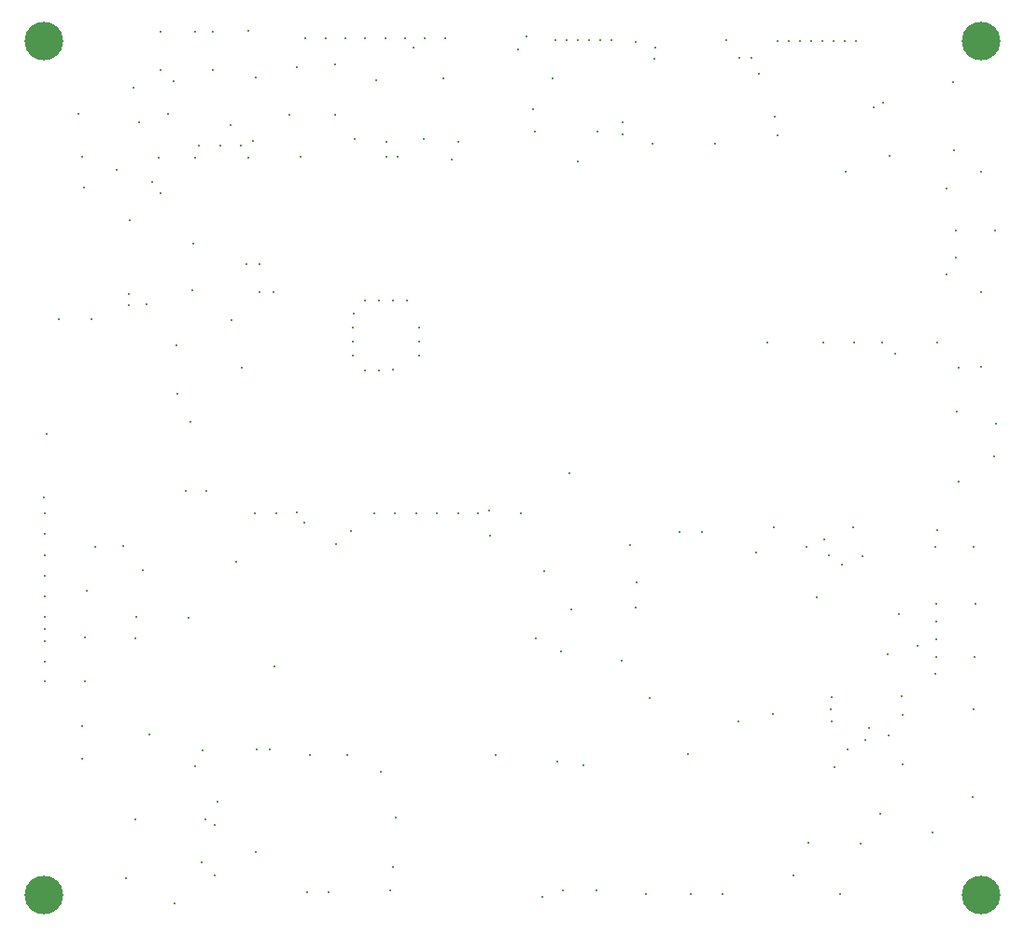
<source format=gbr>
G04 Gerber PCB Fabrication Data in Gerber  Example 2, created by Karel Tavernier, Filip Vermeire and Thomas Weyn*
G04 Ucamco copyright*
%TF.GenerationSoftware,Ucamco,UcamX,1.1.0-1400509*%
%TF.CreationDate,2014-07-14T00:00:00+01:00*%
%FSLAX25Y25*%
%MOMM*%
%TF.FileFunction,Plated,1,10,PTH,Drill*%
%TF.FilePolarity,Positive*%
%TF.Part,Single*%
%TF.SameCoordinates*%
%TA.AperFunction,ViaDrill*%
%ADD10C,0.30000*%
%TA.AperFunction,MechanicalDrill*%
%ADD11C,3.50000*%
G01*
%LPD*%
D10*
X2050000Y685000D03*
X1685000Y430000D03*
X8604700Y3812900D03*
X2586600Y5973400D03*
X2460000Y5970000D03*
X2891400Y531200D03*
X3082000Y527900D03*
X9131000Y6527800D03*
X9141000Y4775200D03*
X2460000Y6225000D03*
X2335000D03*
X814700Y7587900D03*
X8559700Y1072900D03*
X2050000Y1135000D03*
X6044700Y8187900D03*
X6021300Y7320000D03*
X8114700Y7687900D03*
X8174700Y7212900D03*
X5144700Y8262900D03*
X5551100D03*
X5652700D03*
X5114700Y7907900D03*
X5347900Y8262900D03*
X5449500D03*
X5246300D03*
X7154700Y8252900D03*
X7865900D03*
X7764300D03*
X7662700D03*
X7561100D03*
X7459500D03*
X7357900D03*
X7256300D03*
X7119700Y3842900D03*
X9005100Y5975000D03*
X9005300Y7061200D03*
X9124700Y4478800D03*
X9000300Y5295100D03*
X509700Y2622900D03*
X510200Y2443600D03*
X1784700Y4172900D03*
X4066200Y3967600D03*
X1974700Y4172900D03*
X4828200Y3967600D03*
X2793400Y3976300D03*
X3685200Y3967600D03*
X3875700D03*
X4256700D03*
X637800Y5729000D03*
X4596700Y1772900D03*
X1272200Y5857900D03*
X1557900Y8332900D03*
X2034200Y8337900D03*
X4259700Y7337900D03*
X3949700Y7357900D03*
X850000Y7197900D03*
X1314700Y7822900D03*
X2605700Y3967600D03*
X2415200D03*
X4965000Y2835000D03*
X7773400Y7061200D03*
X3494700Y3967600D03*
X8595400Y3142200D03*
X8595200Y2983400D03*
X8594700Y2824700D03*
X8592700Y2665900D03*
X7649700Y2300000D03*
X8589700Y2507900D03*
X7642600Y2185000D03*
X7644900Y2079000D03*
X7987600Y2020000D03*
X8279700Y2302900D03*
X7794700Y1822900D03*
X7929700Y3577900D03*
X7619700Y3582900D03*
X7739700Y3497900D03*
X3324700Y7357900D03*
X1484700Y6967900D03*
X3853500Y8189100D03*
X3144700Y7577900D03*
X6694700Y8262900D03*
X6919700Y8097900D03*
X8779700Y4887900D03*
X504700Y4107900D03*
X3284700Y3807900D03*
X7064900Y5517700D03*
X7849700D03*
X8221900Y5417900D03*
X8769700Y6287900D03*
X5348200Y7159400D03*
X6809700Y8097900D03*
X2724700Y7577900D03*
X3249700Y1772900D03*
X3646800Y545000D03*
X6369700Y507900D03*
X5959700Y512900D03*
X5205000Y548200D03*
X6655000Y513200D03*
X5514700Y547900D03*
X5019700Y487900D03*
X3689700Y1207900D03*
X5159700Y1712900D03*
X3664700Y757900D03*
X7719700Y507900D03*
X1933800Y803900D03*
X2419700Y892900D03*
X7908000Y966200D03*
X1329900Y1192700D03*
X1964500D03*
X2077200Y1347900D03*
X8089000Y1237100D03*
X849700Y1742900D03*
Y2037900D03*
X1874700Y1667900D03*
X2554700Y1822900D03*
X1814700Y3017900D03*
X2596000Y2578800D03*
X6344700Y1782900D03*
X7670000Y1662900D03*
X8289700Y1692900D03*
X1454700Y1962900D03*
X8289700Y2140000D03*
X5191200Y2715700D03*
X5745300Y2627900D03*
X8156800Y2685000D03*
X509700Y2917900D03*
X1332700Y2829900D03*
X5284700Y3090400D03*
X5037800Y3445000D03*
X5872200Y3110400D03*
X7509700Y3202900D03*
X8259700Y3047900D03*
X1219700Y3667900D03*
X2244700Y3522900D03*
X3149700Y3687900D03*
X4544700Y3762900D03*
X5819700Y3677900D03*
X6959700Y3607900D03*
X8589700Y3657900D03*
X8930300Y3663500D03*
X6474700Y3797900D03*
X7839700Y3840600D03*
X8802100Y4257900D03*
X5264700Y4327900D03*
X529700Y4682900D03*
X1713400Y5047100D03*
X2294700Y5282900D03*
X3314700Y5781200D03*
X3413700Y5896900D03*
X3794700Y5897900D03*
X3540700Y5893900D03*
X3901000Y5654200D03*
X3902000Y5400200D03*
X3667700Y5895900D03*
X3904000Y5527200D03*
X3413700Y5258900D03*
X3304000Y5527200D03*
X3307000Y5400200D03*
X3667700Y5269900D03*
X3540700Y5263900D03*
X3306000Y5654200D03*
X8797100Y5285000D03*
X7574700Y5517700D03*
X8104700D03*
X8604900D03*
X934700Y5724000D03*
X1431000Y5861700D03*
X2204700Y5722900D03*
X1272200Y5957900D03*
X8684700Y6130500D03*
X1854200Y6412400D03*
X8776700Y6527800D03*
X8686000Y6908800D03*
X869700Y6922900D03*
X1557900Y6872900D03*
X1544700Y7191700D03*
X1875500Y7192900D03*
X3714700Y7197900D03*
X2399700Y7342900D03*
X3612200Y7333200D03*
X5524700Y7428400D03*
X6591300Y7321300D03*
X5754700Y7517900D03*
X7158400Y7396600D03*
X8754700Y7257900D03*
X1625000Y7592900D03*
X4940000Y7635000D03*
X8029700Y7647900D03*
X2423900Y7918600D03*
X2796200Y8012900D03*
X4124700Y7907900D03*
X6987200Y7955400D03*
X5869600Y8237800D03*
X6034700Y8087900D03*
X1875500Y8337900D03*
X2351700Y8342900D03*
X1244900Y660000D03*
X7302500Y684700D03*
X7435800Y976800D03*
X8927700Y1395900D03*
X8941700Y2665900D03*
X8932900Y2189600D03*
X8949000Y3142200D03*
X1936800Y1818500D03*
X2434700Y1822900D03*
X2915000Y1770000D03*
X5393400Y1676600D03*
X7954700Y1907900D03*
X6804700Y2082400D03*
X7114000Y2147300D03*
X8164700Y1948400D03*
X874100Y2442200D03*
X5994700Y2287900D03*
X878100Y2838400D03*
X8424700Y2762900D03*
X1342200Y3022900D03*
X894700Y3260000D03*
X1399700Y3447900D03*
X5879700Y3337900D03*
X964700Y3657900D03*
X7414700Y3662900D03*
X7577800Y3727900D03*
X2859700Y3882900D03*
X4542400Y3987600D03*
X6264700Y3797900D03*
X1834700Y4792900D03*
X1699700Y5487900D03*
X1849700Y5987900D03*
X1279800Y6621900D03*
X1159700Y7082900D03*
X2828000Y7202900D03*
X2351700Y7190900D03*
X3604700Y7202900D03*
X4199700Y7172900D03*
X1361600Y7511000D03*
X4955200Y7428400D03*
X5749700Y7402900D03*
X7129700Y7562900D03*
X1557900Y7987900D03*
X1675000Y7887900D03*
X2030800Y7986600D03*
X3139700Y8042900D03*
X3514700Y7892900D03*
X4800900Y8174100D03*
X4874700Y8292900D03*
X4439700Y3967900D03*
X3558400Y1624900D03*
X8744700Y7877900D03*
X3054700Y8277900D03*
X2869700D03*
X3414700D03*
X3599700D03*
X3779700D03*
X3959700D03*
X4139700D03*
X3234700D03*
X1907200Y7301400D03*
X2097700D03*
X2193000Y7491900D03*
X2288200Y7301400D03*
X509700Y3212900D03*
X510200Y3967600D03*
Y3777100D03*
Y3586600D03*
Y3396100D03*
X509700Y3027900D03*
Y2802900D03*
D11*
X500000Y500000D03*
Y8250000D03*
X9000000D03*
Y500000D03*
M02*
</source>
